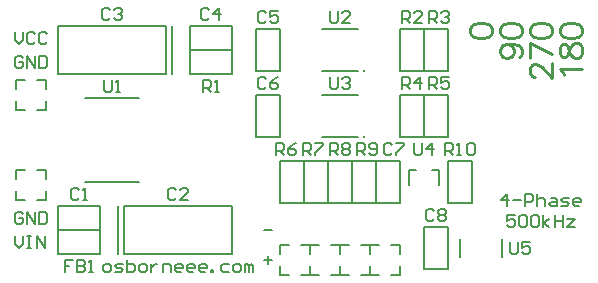
<source format=gto>
G04*
G04 #@! TF.GenerationSoftware,Altium Limited,Altium Designer,22.0.2 (36)*
G04*
G04 Layer_Color=65535*
%FSLAX25Y25*%
%MOIN*%
G70*
G04*
G04 #@! TF.SameCoordinates,CB14B587-D8FD-4C8B-9FA0-E7DBCE3D7265*
G04*
G04*
G04 #@! TF.FilePolarity,Positive*
G04*
G01*
G75*
%ADD10C,0.01000*%
%ADD11C,0.00787*%
%ADD12C,0.00800*%
%ADD13C,0.01000*%
D10*
X121010Y73000D02*
D03*
Y51000D02*
D03*
D11*
X19000Y88000D02*
X55000D01*
Y72000D02*
Y88000D01*
X19000Y72000D02*
X55000D01*
X19000D02*
Y88000D01*
X57000Y72000D02*
Y88000D01*
X41000Y12000D02*
X77000D01*
X41000D02*
Y28000D01*
X77000D01*
Y12000D02*
Y28000D01*
X39000Y12000D02*
Y28000D01*
X149000Y29000D02*
Y43000D01*
X157000D01*
Y29000D02*
Y43000D01*
X149000Y29000D02*
X157000D01*
X125000D02*
Y43000D01*
X117000Y29000D02*
X125000D01*
X117000D02*
Y43000D01*
X125000D01*
X117000Y29000D02*
Y43000D01*
X109000Y29000D02*
X117000D01*
X109000D02*
Y43000D01*
X117000D01*
X109000Y29000D02*
Y43000D01*
X101000Y29000D02*
X109000D01*
X101000D02*
Y43000D01*
X109000D01*
X101000Y29000D02*
Y43000D01*
X93000Y29000D02*
X101000D01*
X93000D02*
Y43000D01*
X101000D01*
X141000Y51000D02*
Y65000D01*
X149000D01*
Y51000D02*
Y65000D01*
X141000Y51000D02*
X149000D01*
X141000D02*
Y65000D01*
X133000Y51000D02*
X141000D01*
X133000D02*
Y65000D01*
X141000D01*
Y73000D02*
Y87000D01*
X149000D01*
Y73000D02*
Y87000D01*
X141000Y73000D02*
X149000D01*
X141000D02*
Y87000D01*
X133000Y73000D02*
X141000D01*
X133000D02*
Y87000D01*
X141000D01*
X63000Y72000D02*
X77000D01*
X63000D02*
Y80000D01*
X77000D01*
Y72000D02*
Y80000D01*
X136000Y35000D02*
Y40000D01*
X138342D01*
X146000Y35000D02*
Y40000D01*
X143658D02*
X146000D01*
X153000Y11000D02*
Y17000D01*
X167000Y11000D02*
Y17000D01*
X107000Y87000D02*
X119000D01*
X107000Y73000D02*
X119000D01*
X107000Y65000D02*
X119000D01*
X107000Y51000D02*
X119000D01*
X28000Y64000D02*
X46000D01*
X28000Y36000D02*
X46000D01*
X133000Y29000D02*
Y43000D01*
X125000Y29000D02*
X133000D01*
X125000D02*
Y43000D01*
X133000D01*
X5000Y60000D02*
Y63000D01*
Y60000D02*
X8000D01*
X12000Y70000D02*
X15000D01*
Y67000D02*
Y70000D01*
Y60000D02*
Y63000D01*
X12000Y60000D02*
X15000D01*
X5000Y67000D02*
Y70000D01*
X8000D01*
X12000Y30000D02*
X15000D01*
Y33000D01*
X5000Y40000D02*
X8000D01*
X5000Y37000D02*
Y40000D01*
Y30000D02*
Y33000D01*
Y30000D02*
X8000D01*
X12000Y40000D02*
X15000D01*
Y37000D02*
Y40000D01*
X63000Y80000D02*
X77000D01*
X63000D02*
Y88000D01*
X77000D01*
Y80000D02*
Y88000D01*
X133000Y12000D02*
Y15000D01*
X130000D02*
X133000D01*
X123000Y5000D02*
X126000D01*
X123000D02*
Y8000D01*
Y12000D02*
Y15000D01*
X126000D01*
X133000Y5000D02*
Y8000D01*
X130000Y5000D02*
X133000D01*
X100000D02*
X103000D01*
Y8000D01*
X93000Y15000D02*
X96000D01*
X93000Y12000D02*
Y15000D01*
Y5000D02*
Y8000D01*
Y5000D02*
X96000D01*
X100000Y15000D02*
X103000D01*
Y12000D02*
Y15000D01*
X123000Y12000D02*
Y15000D01*
X120000D02*
X123000D01*
X113000Y5000D02*
X116000D01*
X113000D02*
Y8000D01*
Y12000D02*
Y15000D01*
X116000D01*
X123000Y5000D02*
Y8000D01*
X120000Y5000D02*
X123000D01*
X110000D02*
X113000D01*
Y8000D01*
X103000Y15000D02*
X106000D01*
X103000Y12000D02*
Y15000D01*
Y5000D02*
Y8000D01*
Y5000D02*
X106000D01*
X110000Y15000D02*
X113000D01*
Y12000D02*
Y15000D01*
X93000Y73000D02*
Y87000D01*
X85000Y73000D02*
X93000D01*
X85000D02*
Y87000D01*
X93000D01*
X141000Y7000D02*
Y21000D01*
X149000D01*
Y7000D02*
Y21000D01*
X141000Y7000D02*
X149000D01*
X19000Y28000D02*
X33000D01*
Y20000D02*
Y28000D01*
X19000Y20000D02*
X33000D01*
X19000D02*
Y28000D01*
Y12000D02*
X33000D01*
X19000D02*
Y20000D01*
X33000D01*
Y12000D02*
Y20000D01*
X93000Y51000D02*
Y65000D01*
X85000Y51000D02*
X93000D01*
X85000D02*
Y65000D01*
X93000D01*
D12*
X34675Y6001D02*
X36007D01*
X36674Y6667D01*
Y8000D01*
X36007Y8666D01*
X34675D01*
X34008Y8000D01*
Y6667D01*
X34675Y6001D01*
X38007D02*
X40006D01*
X40673Y6667D01*
X40006Y7333D01*
X38673D01*
X38007Y8000D01*
X38673Y8666D01*
X40673D01*
X42006Y9999D02*
Y6001D01*
X44005D01*
X44671Y6667D01*
Y7333D01*
Y8000D01*
X44005Y8666D01*
X42006D01*
X46671Y6001D02*
X48004D01*
X48670Y6667D01*
Y8000D01*
X48004Y8666D01*
X46671D01*
X46004Y8000D01*
Y6667D01*
X46671Y6001D01*
X50003Y8666D02*
Y6001D01*
Y7333D01*
X50669Y8000D01*
X51336Y8666D01*
X52002D01*
X54002Y6001D02*
Y8666D01*
X56001D01*
X56667Y8000D01*
Y6001D01*
X60000D02*
X58667D01*
X58000Y6667D01*
Y8000D01*
X58667Y8666D01*
X60000D01*
X60666Y8000D01*
Y7333D01*
X58000D01*
X63998Y6001D02*
X62665D01*
X61999Y6667D01*
Y8000D01*
X62665Y8666D01*
X63998D01*
X64665Y8000D01*
Y7333D01*
X61999D01*
X67997Y6001D02*
X66664D01*
X65998Y6667D01*
Y8000D01*
X66664Y8666D01*
X67997D01*
X68664Y8000D01*
Y7333D01*
X65998D01*
X69997Y6001D02*
Y6667D01*
X70663D01*
Y6001D01*
X69997D01*
X75994Y8666D02*
X73995D01*
X73329Y8000D01*
Y6667D01*
X73995Y6001D01*
X75994D01*
X77994D02*
X79327D01*
X79993Y6667D01*
Y8000D01*
X79327Y8666D01*
X77994D01*
X77327Y8000D01*
Y6667D01*
X77994Y6001D01*
X81326D02*
Y8666D01*
X81993D01*
X82659Y8000D01*
Y6001D01*
Y8000D01*
X83325Y8666D01*
X83992Y8000D01*
Y6001D01*
X168670Y28001D02*
Y31999D01*
X166671Y30000D01*
X169337D01*
X170670D02*
X173336D01*
X174668Y28001D02*
Y31999D01*
X176668D01*
X177334Y31333D01*
Y30000D01*
X176668Y29334D01*
X174668D01*
X178667Y31999D02*
Y28001D01*
Y30000D01*
X179333Y30666D01*
X180666D01*
X181333Y30000D01*
Y28001D01*
X183332Y30666D02*
X184665D01*
X185332Y30000D01*
Y28001D01*
X183332D01*
X182666Y28667D01*
X183332Y29334D01*
X185332D01*
X186664Y28001D02*
X188664D01*
X189330Y28667D01*
X188664Y29334D01*
X187331D01*
X186664Y30000D01*
X187331Y30666D01*
X189330D01*
X192663Y28001D02*
X191330D01*
X190663Y28667D01*
Y30000D01*
X191330Y30666D01*
X192663D01*
X193329Y30000D01*
Y29334D01*
X190663D01*
X171336Y24999D02*
X168670D01*
Y23000D01*
X170003Y23666D01*
X170670D01*
X171336Y23000D01*
Y21667D01*
X170670Y21001D01*
X169337D01*
X168670Y21667D01*
X172669Y24333D02*
X173336Y24999D01*
X174668D01*
X175335Y24333D01*
Y21667D01*
X174668Y21001D01*
X173336D01*
X172669Y21667D01*
Y24333D01*
X176668D02*
X177334Y24999D01*
X178667D01*
X179333Y24333D01*
Y21667D01*
X178667Y21001D01*
X177334D01*
X176668Y21667D01*
Y24333D01*
X180666Y21001D02*
Y24999D01*
Y22333D02*
X182666Y23666D01*
X180666Y22333D02*
X182666Y21001D01*
X184665Y24999D02*
Y21001D01*
Y23000D01*
X187331D01*
Y24999D01*
Y21001D01*
X188664Y23666D02*
X191330D01*
X188664Y21001D01*
X191330D01*
X169668Y15999D02*
Y12667D01*
X170334Y12001D01*
X171667D01*
X172334Y12667D01*
Y15999D01*
X176332D02*
X173667D01*
Y14000D01*
X174999Y14667D01*
X175666D01*
X176332Y14000D01*
Y12667D01*
X175666Y12001D01*
X174333D01*
X173667Y12667D01*
X90333Y20000D02*
X87667D01*
Y10000D02*
X90333D01*
X89000Y11333D02*
Y8667D01*
X7466Y25333D02*
X6799Y25999D01*
X5466D01*
X4800Y25333D01*
Y22667D01*
X5466Y22001D01*
X6799D01*
X7466Y22667D01*
Y24000D01*
X6133D01*
X8799Y22001D02*
Y25999D01*
X11464Y22001D01*
Y25999D01*
X12797D02*
Y22001D01*
X14797D01*
X15463Y22667D01*
Y25333D01*
X14797Y25999D01*
X12797D01*
X7466Y77333D02*
X6799Y77999D01*
X5466D01*
X4800Y77333D01*
Y74667D01*
X5466Y74001D01*
X6799D01*
X7466Y74667D01*
Y76000D01*
X6133D01*
X8799Y74001D02*
Y77999D01*
X11464Y74001D01*
Y77999D01*
X12797D02*
Y74001D01*
X14797D01*
X15463Y74667D01*
Y77333D01*
X14797Y77999D01*
X12797D01*
X4800Y85999D02*
Y83334D01*
X6133Y82001D01*
X7466Y83334D01*
Y85999D01*
X11464Y85333D02*
X10798Y85999D01*
X9465D01*
X8799Y85333D01*
Y82667D01*
X9465Y82001D01*
X10798D01*
X11464Y82667D01*
X15463Y85333D02*
X14797Y85999D01*
X13464D01*
X12797Y85333D01*
Y82667D01*
X13464Y82001D01*
X14797D01*
X15463Y82667D01*
X4800Y17999D02*
Y15334D01*
X6133Y14001D01*
X7466Y15334D01*
Y17999D01*
X8799D02*
X10132D01*
X9465D01*
Y14001D01*
X8799D01*
X10132D01*
X12131D02*
Y17999D01*
X14797Y14001D01*
Y17999D01*
X34334Y69999D02*
Y66667D01*
X35001Y66001D01*
X36334D01*
X37000Y66667D01*
Y69999D01*
X38333Y66001D02*
X39666D01*
X38999D01*
Y69999D01*
X38333Y69333D01*
X36334Y93333D02*
X35667Y93999D01*
X34334D01*
X33668Y93333D01*
Y90667D01*
X34334Y90001D01*
X35667D01*
X36334Y90667D01*
X37666Y93333D02*
X38333Y93999D01*
X39666D01*
X40332Y93333D01*
Y92666D01*
X39666Y92000D01*
X38999D01*
X39666D01*
X40332Y91334D01*
Y90667D01*
X39666Y90001D01*
X38333D01*
X37666Y90667D01*
X58334Y33333D02*
X57667Y33999D01*
X56334D01*
X55668Y33333D01*
Y30667D01*
X56334Y30001D01*
X57667D01*
X58334Y30667D01*
X62332Y30001D02*
X59667D01*
X62332Y32666D01*
Y33333D01*
X61666Y33999D01*
X60333D01*
X59667Y33333D01*
X142668Y89001D02*
Y92999D01*
X144667D01*
X145334Y92333D01*
Y91000D01*
X144667Y90334D01*
X142668D01*
X144001D02*
X145334Y89001D01*
X146667Y92333D02*
X147333Y92999D01*
X148666D01*
X149332Y92333D01*
Y91666D01*
X148666Y91000D01*
X147999D01*
X148666D01*
X149332Y90334D01*
Y89667D01*
X148666Y89001D01*
X147333D01*
X146667Y89667D01*
X148002Y45001D02*
Y48999D01*
X150001D01*
X150667Y48333D01*
Y47000D01*
X150001Y46334D01*
X148002D01*
X149335D02*
X150667Y45001D01*
X152000D02*
X153333D01*
X152667D01*
Y48999D01*
X152000Y48333D01*
X155333D02*
X155999Y48999D01*
X157332D01*
X157998Y48333D01*
Y45667D01*
X157332Y45001D01*
X155999D01*
X155333Y45667D01*
Y48333D01*
X133668Y89001D02*
Y92999D01*
X135667D01*
X136334Y92333D01*
Y91000D01*
X135667Y90334D01*
X133668D01*
X135001D02*
X136334Y89001D01*
X140332D02*
X137666D01*
X140332Y91666D01*
Y92333D01*
X139666Y92999D01*
X138333D01*
X137666Y92333D01*
X142668Y67001D02*
Y70999D01*
X144667D01*
X145334Y70333D01*
Y69000D01*
X144667Y68334D01*
X142668D01*
X144001D02*
X145334Y67001D01*
X149332Y70999D02*
X146667D01*
Y69000D01*
X147999Y69666D01*
X148666D01*
X149332Y69000D01*
Y67667D01*
X148666Y67001D01*
X147333D01*
X146667Y67667D01*
X133668Y67001D02*
Y70999D01*
X135667D01*
X136334Y70333D01*
Y69000D01*
X135667Y68334D01*
X133668D01*
X135001D02*
X136334Y67001D01*
X139666D02*
Y70999D01*
X137666Y69000D01*
X140332D01*
X100668Y45001D02*
Y48999D01*
X102667D01*
X103333Y48333D01*
Y47000D01*
X102667Y46334D01*
X100668D01*
X102001D02*
X103333Y45001D01*
X104666Y48999D02*
X107332D01*
Y48333D01*
X104666Y45667D01*
Y45001D01*
X109668D02*
Y48999D01*
X111667D01*
X112334Y48333D01*
Y47000D01*
X111667Y46334D01*
X109668D01*
X111001D02*
X112334Y45001D01*
X113666Y48333D02*
X114333Y48999D01*
X115666D01*
X116332Y48333D01*
Y47666D01*
X115666Y47000D01*
X116332Y46334D01*
Y45667D01*
X115666Y45001D01*
X114333D01*
X113666Y45667D01*
Y46334D01*
X114333Y47000D01*
X113666Y47666D01*
Y48333D01*
X114333Y47000D02*
X115666D01*
X91668Y45001D02*
Y48999D01*
X93667D01*
X94334Y48333D01*
Y47000D01*
X93667Y46334D01*
X91668D01*
X93001D02*
X94334Y45001D01*
X98332Y48999D02*
X96999Y48333D01*
X95666Y47000D01*
Y45667D01*
X96333Y45001D01*
X97666D01*
X98332Y45667D01*
Y46334D01*
X97666Y47000D01*
X95666D01*
X118668Y45001D02*
Y48999D01*
X120667D01*
X121334Y48333D01*
Y47000D01*
X120667Y46334D01*
X118668D01*
X120001D02*
X121334Y45001D01*
X122667Y45667D02*
X123333Y45001D01*
X124666D01*
X125332Y45667D01*
Y48333D01*
X124666Y48999D01*
X123333D01*
X122667Y48333D01*
Y47666D01*
X123333Y47000D01*
X125332D01*
X67334Y66001D02*
Y69999D01*
X69334D01*
X70000Y69333D01*
Y68000D01*
X69334Y67334D01*
X67334D01*
X68667D02*
X70000Y66001D01*
X71333D02*
X72666D01*
X71999D01*
Y69999D01*
X71333Y69333D01*
X24001Y9999D02*
X21335D01*
Y8000D01*
X22668D01*
X21335D01*
Y6001D01*
X25333Y9999D02*
Y6001D01*
X27333D01*
X27999Y6667D01*
Y7333D01*
X27333Y8000D01*
X25333D01*
X27333D01*
X27999Y8666D01*
Y9333D01*
X27333Y9999D01*
X25333D01*
X29332Y6001D02*
X30665D01*
X29999D01*
Y9999D01*
X29332Y9333D01*
X144334Y26333D02*
X143667Y26999D01*
X142334D01*
X141668Y26333D01*
Y23667D01*
X142334Y23001D01*
X143667D01*
X144334Y23667D01*
X145667Y26333D02*
X146333Y26999D01*
X147666D01*
X148332Y26333D01*
Y25666D01*
X147666Y25000D01*
X148332Y24333D01*
Y23667D01*
X147666Y23001D01*
X146333D01*
X145667Y23667D01*
Y24333D01*
X146333Y25000D01*
X145667Y25666D01*
Y26333D01*
X146333Y25000D02*
X147666D01*
X88334Y92333D02*
X87667Y92999D01*
X86334D01*
X85668Y92333D01*
Y89667D01*
X86334Y89001D01*
X87667D01*
X88334Y89667D01*
X92332Y92999D02*
X89666D01*
Y91000D01*
X90999Y91666D01*
X91666D01*
X92332Y91000D01*
Y89667D01*
X91666Y89001D01*
X90333D01*
X89666Y89667D01*
X88334Y70333D02*
X87667Y70999D01*
X86334D01*
X85668Y70333D01*
Y67667D01*
X86334Y67001D01*
X87667D01*
X88334Y67667D01*
X92332Y70999D02*
X90999Y70333D01*
X89666Y69000D01*
Y67667D01*
X90333Y67001D01*
X91666D01*
X92332Y67667D01*
Y68334D01*
X91666Y69000D01*
X89666D01*
X130333Y48333D02*
X129667Y48999D01*
X128334D01*
X127668Y48333D01*
Y45667D01*
X128334Y45001D01*
X129667D01*
X130333Y45667D01*
X131667Y48999D02*
X134332D01*
Y48333D01*
X131667Y45667D01*
Y45001D01*
X69334Y93333D02*
X68667Y93999D01*
X67334D01*
X66668Y93333D01*
Y90667D01*
X67334Y90001D01*
X68667D01*
X69334Y90667D01*
X72666Y90001D02*
Y93999D01*
X70666Y92000D01*
X73332D01*
X26000Y33333D02*
X25333Y33999D01*
X24001D01*
X23334Y33333D01*
Y30667D01*
X24001Y30001D01*
X25333D01*
X26000Y30667D01*
X27333Y30001D02*
X28666D01*
X27999D01*
Y33999D01*
X27333Y33333D01*
X109668Y92999D02*
Y89667D01*
X110334Y89001D01*
X111667D01*
X112334Y89667D01*
Y92999D01*
X116332Y89001D02*
X113666D01*
X116332Y91666D01*
Y92333D01*
X115666Y92999D01*
X114333D01*
X113666Y92333D01*
X137668Y48999D02*
Y45667D01*
X138334Y45001D01*
X139667D01*
X140333Y45667D01*
Y48999D01*
X143666Y45001D02*
Y48999D01*
X141666Y47000D01*
X144332D01*
X109668Y70999D02*
Y67667D01*
X110334Y67001D01*
X111667D01*
X112334Y67667D01*
Y70999D01*
X113666Y70333D02*
X114333Y70999D01*
X115666D01*
X116332Y70333D01*
Y69666D01*
X115666Y69000D01*
X114999D01*
X115666D01*
X116332Y68334D01*
Y67667D01*
X115666Y67001D01*
X114333D01*
X113666Y67667D01*
D13*
X187679Y71825D02*
X187322Y72539D01*
X186251Y73610D01*
X193749D01*
X186251Y79109D02*
X186608Y78038D01*
X187322Y77681D01*
X188036D01*
X188750Y78038D01*
X189107Y78752D01*
X189464Y80181D01*
X189822Y81252D01*
X190536Y81966D01*
X191250Y82323D01*
X192321D01*
X193035Y81966D01*
X193392Y81609D01*
X193749Y80537D01*
Y79109D01*
X193392Y78038D01*
X193035Y77681D01*
X192321Y77324D01*
X191250D01*
X190536Y77681D01*
X189822Y78395D01*
X189464Y79466D01*
X189107Y80895D01*
X188750Y81609D01*
X188036Y81966D01*
X187322D01*
X186608Y81609D01*
X186251Y80537D01*
Y79109D01*
Y86143D02*
X186608Y85072D01*
X187679Y84358D01*
X189464Y84001D01*
X190536D01*
X192321Y84358D01*
X193392Y85072D01*
X193749Y86143D01*
Y86858D01*
X193392Y87929D01*
X192321Y88643D01*
X190536Y89000D01*
X189464D01*
X187679Y88643D01*
X186608Y87929D01*
X186251Y86858D01*
Y86143D01*
X178036Y71004D02*
X177679D01*
X176965Y71361D01*
X176608Y71718D01*
X176251Y72432D01*
Y73860D01*
X176608Y74575D01*
X176965Y74932D01*
X177679Y75289D01*
X178393D01*
X179107Y74932D01*
X180178Y74217D01*
X183749Y70647D01*
Y75646D01*
X176251Y82323D02*
X183749Y78752D01*
X176251Y77324D02*
Y82323D01*
Y86143D02*
X176608Y85072D01*
X177679Y84358D01*
X179464Y84001D01*
X180536D01*
X182321Y84358D01*
X183392Y85072D01*
X183749Y86143D01*
Y86858D01*
X183392Y87929D01*
X182321Y88643D01*
X180536Y89000D01*
X179464D01*
X177679Y88643D01*
X176608Y87929D01*
X176251Y86858D01*
Y86143D01*
X168750Y81966D02*
X169822Y81609D01*
X170536Y80895D01*
X170893Y79823D01*
Y79466D01*
X170536Y78395D01*
X169822Y77681D01*
X168750Y77324D01*
X168393D01*
X167322Y77681D01*
X166608Y78395D01*
X166251Y79466D01*
Y79823D01*
X166608Y80895D01*
X167322Y81609D01*
X168750Y81966D01*
X170536D01*
X172321Y81609D01*
X173392Y80895D01*
X173749Y79823D01*
Y79109D01*
X173392Y78038D01*
X172678Y77681D01*
X166251Y86143D02*
X166608Y85072D01*
X167679Y84358D01*
X169464Y84001D01*
X170536D01*
X172321Y84358D01*
X173392Y85072D01*
X173749Y86143D01*
Y86858D01*
X173392Y87929D01*
X172321Y88643D01*
X170536Y89000D01*
X169464D01*
X167679Y88643D01*
X166608Y87929D01*
X166251Y86858D01*
Y86143D01*
X156251D02*
X156608Y85072D01*
X157679Y84358D01*
X159464Y84001D01*
X160536D01*
X162321Y84358D01*
X163392Y85072D01*
X163749Y86143D01*
Y86858D01*
X163392Y87929D01*
X162321Y88643D01*
X160536Y89000D01*
X159464D01*
X157679Y88643D01*
X156608Y87929D01*
X156251Y86858D01*
Y86143D01*
M02*

</source>
